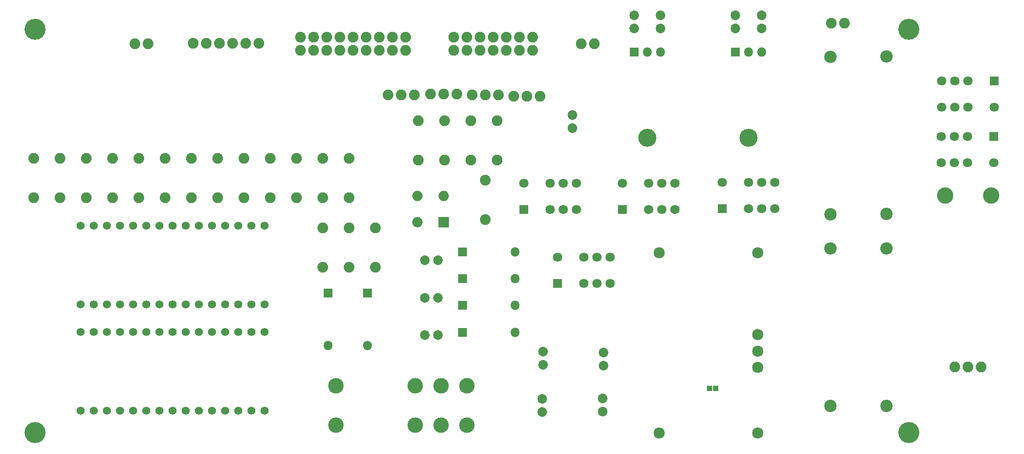
<source format=gbr>
G04 #@! TF.FileFunction,Soldermask,Bot*
%FSLAX46Y46*%
G04 Gerber Fmt 4.6, Leading zero omitted, Abs format (unit mm)*
G04 Created by KiCad (PCBNEW 4.0.6) date 03/02/20 07:40:08*
%MOMM*%
%LPD*%
G01*
G04 APERTURE LIST*
%ADD10C,0.100000*%
%ADD11C,3.175000*%
%ADD12C,4.064000*%
%ADD13C,1.854200*%
%ADD14R,1.800000X1.800000*%
%ADD15O,1.800000X1.800000*%
%ADD16C,1.800000*%
%ADD17C,3.000000*%
%ADD18C,2.082800*%
%ADD19R,1.051560X1.102360*%
%ADD20C,1.574800*%
%ADD21O,3.500000X3.500000*%
%ADD22C,2.159000*%
%ADD23C,2.400000*%
%ADD24O,2.400000X2.400000*%
%ADD25O,2.000000X2.000000*%
%ADD26R,2.000000X2.000000*%
G04 APERTURE END LIST*
D10*
D11*
X214929240Y-74284860D03*
D12*
X30035500Y-42100500D03*
X30035500Y-120206000D03*
X199008500Y-120206000D03*
D13*
X107955000Y-86847300D03*
X105415000Y-86847300D03*
X107955000Y-94086300D03*
X105415000Y-94086300D03*
X107955000Y-101325000D03*
X105415000Y-101325000D03*
X150940000Y-41973500D03*
X150940000Y-39433500D03*
X145860000Y-41973500D03*
X145860000Y-39433500D03*
X165481000Y-41973500D03*
X165481000Y-39433500D03*
X170561000Y-41973500D03*
X170561000Y-39433500D03*
D14*
X86741000Y-93154500D03*
D15*
X86741000Y-103314500D03*
D14*
X94361000Y-93154500D03*
D15*
X94361000Y-103314500D03*
D16*
X124587000Y-71882000D03*
X129667000Y-71882000D03*
X132207000Y-71882000D03*
X134747000Y-71882000D03*
X134747000Y-76962000D03*
X132207000Y-76962000D03*
X129667000Y-76962000D03*
D14*
X124587000Y-76962000D03*
D16*
X131064000Y-86233000D03*
X136144000Y-86233000D03*
X138684000Y-86233000D03*
X141224000Y-86233000D03*
X141224000Y-91313000D03*
X138684000Y-91313000D03*
X136144000Y-91313000D03*
D14*
X131064000Y-91313000D03*
D17*
X88248500Y-111125000D03*
X88248500Y-118745000D03*
X108568500Y-111125000D03*
X113568500Y-118745000D03*
X103568500Y-118745000D03*
X103568500Y-111125000D03*
X108568500Y-118745000D03*
X113568500Y-111125000D03*
D18*
X98298000Y-54800500D03*
X100838000Y-54800500D03*
X103378000Y-54800500D03*
X106490000Y-54673500D03*
X109030000Y-54673500D03*
X111570000Y-54673500D03*
X114554000Y-54800500D03*
X117094000Y-54800500D03*
X119634000Y-54800500D03*
X122618000Y-55054500D03*
X125158000Y-55054500D03*
X127698000Y-55054500D03*
X34861500Y-74706600D03*
X34861500Y-67086600D03*
X39941500Y-74706600D03*
X39941500Y-67086600D03*
X45021500Y-74706600D03*
X45021500Y-67086600D03*
X50101500Y-74706600D03*
X50101500Y-67086600D03*
X55181500Y-74706600D03*
X55181500Y-67086600D03*
X60261500Y-74706600D03*
X60261500Y-67086600D03*
X104140000Y-67437000D03*
X104140000Y-59817000D03*
X109220000Y-67437000D03*
X109220000Y-59817000D03*
X114300000Y-67437000D03*
X114300000Y-59817000D03*
X119380000Y-67437000D03*
X119380000Y-59817000D03*
X65341500Y-74706600D03*
X65341500Y-67086600D03*
X70421500Y-74706600D03*
X70421500Y-67086600D03*
X75501500Y-74706600D03*
X75501500Y-67086600D03*
X80581500Y-74706600D03*
X80581500Y-67086600D03*
X85661500Y-74706600D03*
X85661500Y-67086600D03*
X90741500Y-74706600D03*
X90741500Y-67086600D03*
X85661500Y-88201500D03*
X85661500Y-80581500D03*
X90741500Y-88201500D03*
X90741500Y-80581500D03*
X95821500Y-88201500D03*
X95821500Y-80581500D03*
X117069000Y-78943200D03*
X117069000Y-71323200D03*
D19*
X161607120Y-111633000D03*
X160448880Y-111633000D03*
D20*
X74422000Y-95377000D03*
X74422000Y-80137000D03*
X71882000Y-95377000D03*
X71882000Y-80137000D03*
X69342000Y-95377000D03*
X69342000Y-80137000D03*
X66802000Y-95377000D03*
X66802000Y-80137000D03*
X64262000Y-95377000D03*
X64262000Y-80137000D03*
X61722000Y-95377000D03*
X61722000Y-80137000D03*
X59182000Y-95377000D03*
X59182000Y-80137000D03*
X56642000Y-95377000D03*
X56642000Y-80137000D03*
X54102000Y-95377000D03*
X54102000Y-80137000D03*
X51562000Y-95377000D03*
X51562000Y-80137000D03*
X49022000Y-95377000D03*
X49022000Y-80137000D03*
X46482000Y-95377000D03*
X46482000Y-80137000D03*
X43942000Y-95377000D03*
X43942000Y-80137000D03*
X41402000Y-95377000D03*
X41402000Y-80137000D03*
X38862000Y-95377000D03*
X38862000Y-80137000D03*
X74422000Y-115951000D03*
X74422000Y-100711000D03*
X71882000Y-115951000D03*
X71882000Y-100711000D03*
X69342000Y-115951000D03*
X69342000Y-100711000D03*
X66802000Y-115951000D03*
X66802000Y-100711000D03*
X64262000Y-115951000D03*
X64262000Y-100711000D03*
X61722000Y-115951000D03*
X61722000Y-100711000D03*
X59182000Y-115951000D03*
X59182000Y-100711000D03*
X56642000Y-115951000D03*
X56642000Y-100711000D03*
X54102000Y-115951000D03*
X54102000Y-100711000D03*
X51562000Y-115951000D03*
X51562000Y-100711000D03*
X49022000Y-115951000D03*
X49022000Y-100711000D03*
X46482000Y-115951000D03*
X46482000Y-100711000D03*
X43942000Y-115951000D03*
X43942000Y-100711000D03*
X41402000Y-115951000D03*
X41402000Y-100711000D03*
X38862000Y-115951000D03*
X38862000Y-100711000D03*
D21*
X148400000Y-63142000D03*
D14*
X145860000Y-46482000D03*
D15*
X148400000Y-46482000D03*
X150940000Y-46482000D03*
D21*
X168021000Y-63142000D03*
D14*
X165481000Y-46482000D03*
D15*
X168021000Y-46482000D03*
X170561000Y-46482000D03*
D22*
X150749000Y-120269000D03*
X169799000Y-120269000D03*
X169799000Y-107569000D03*
X169799000Y-104394000D03*
X169799000Y-101219000D03*
X169799000Y-85344000D03*
X150749000Y-85344000D03*
D18*
X60642500Y-44831000D03*
X63182500Y-44831000D03*
X65722500Y-44831000D03*
X68262500Y-44831000D03*
X70802500Y-44831000D03*
X73342500Y-44831000D03*
X81343500Y-46164500D03*
X81343500Y-43624500D03*
X83883500Y-46164500D03*
X83883500Y-43624500D03*
X86423500Y-46164500D03*
X86423500Y-43624500D03*
X88963500Y-46164500D03*
X88963500Y-43624500D03*
X91503500Y-46164500D03*
X91503500Y-43624500D03*
X94043500Y-46164500D03*
X94043500Y-43624500D03*
X96583500Y-46164500D03*
X96583500Y-43624500D03*
X99123500Y-46164500D03*
X99123500Y-43624500D03*
X101663500Y-46164500D03*
X101663500Y-43624500D03*
X110998000Y-46164500D03*
X110998000Y-43624500D03*
X113538000Y-46164500D03*
X113538000Y-43624500D03*
X116078000Y-46164500D03*
X116078000Y-43624500D03*
X118618000Y-46164500D03*
X118618000Y-43624500D03*
X121158000Y-46164500D03*
X121158000Y-43624500D03*
X123698000Y-46164500D03*
X123698000Y-43624500D03*
X126238000Y-46164500D03*
X126238000Y-43624500D03*
D13*
X139776000Y-116103000D03*
X139776000Y-113563000D03*
X128270000Y-107061000D03*
X128270000Y-104521000D03*
X139929000Y-107239000D03*
X139929000Y-104699000D03*
X128143000Y-116230000D03*
X128143000Y-113690000D03*
X133985000Y-61214000D03*
X133985000Y-58674000D03*
D12*
X199009000Y-42100500D03*
D23*
X183832000Y-77914500D03*
D24*
X183832000Y-47434500D03*
D23*
X183832000Y-114998000D03*
D24*
X183832000Y-84518000D03*
D23*
X194628000Y-77851000D03*
D24*
X194628000Y-47371000D03*
D23*
X194691000Y-114998000D03*
D24*
X194691000Y-84518000D03*
D25*
X103955000Y-79481300D03*
X109035000Y-74401300D03*
X103955000Y-74401300D03*
D26*
X109035000Y-79481300D03*
D18*
X29781500Y-74706600D03*
X29781500Y-67086600D03*
X138176000Y-44894500D03*
X135636000Y-44894500D03*
X49403000Y-44894500D03*
X51943000Y-44894500D03*
D14*
X112740000Y-85191600D03*
D15*
X122900000Y-85191600D03*
D14*
X112740000Y-90388400D03*
D15*
X122900000Y-90388400D03*
D14*
X112740000Y-95585300D03*
D15*
X122900000Y-95585300D03*
D14*
X112740000Y-100782000D03*
D15*
X122900000Y-100782000D03*
D18*
X207889000Y-107483000D03*
X210429000Y-107483000D03*
X212969000Y-107483000D03*
X186538000Y-40970200D03*
X183998000Y-40970200D03*
D11*
X206040000Y-74284800D03*
D16*
X143637000Y-71882000D03*
X148717000Y-71882000D03*
X151257000Y-71882000D03*
X153797000Y-71882000D03*
X153797000Y-76962000D03*
X151257000Y-76962000D03*
X148717000Y-76962000D03*
D14*
X143637000Y-76962000D03*
D16*
X162865000Y-71755000D03*
X167945000Y-71755000D03*
X170485000Y-71755000D03*
X173025000Y-71755000D03*
X173025000Y-76835000D03*
X170485000Y-76835000D03*
X167945000Y-76835000D03*
D14*
X162865000Y-76835000D03*
D16*
X215519000Y-57150000D03*
X210439000Y-57150000D03*
X207899000Y-57150000D03*
X205359000Y-57150000D03*
X205359000Y-52070000D03*
X207899000Y-52070000D03*
X210439000Y-52070000D03*
D14*
X215519000Y-52070000D03*
D16*
X215392000Y-67945000D03*
X210312000Y-67945000D03*
X207772000Y-67945000D03*
X205232000Y-67945000D03*
X205232000Y-62865000D03*
X207772000Y-62865000D03*
X210312000Y-62865000D03*
D14*
X215392000Y-62865000D03*
M02*

</source>
